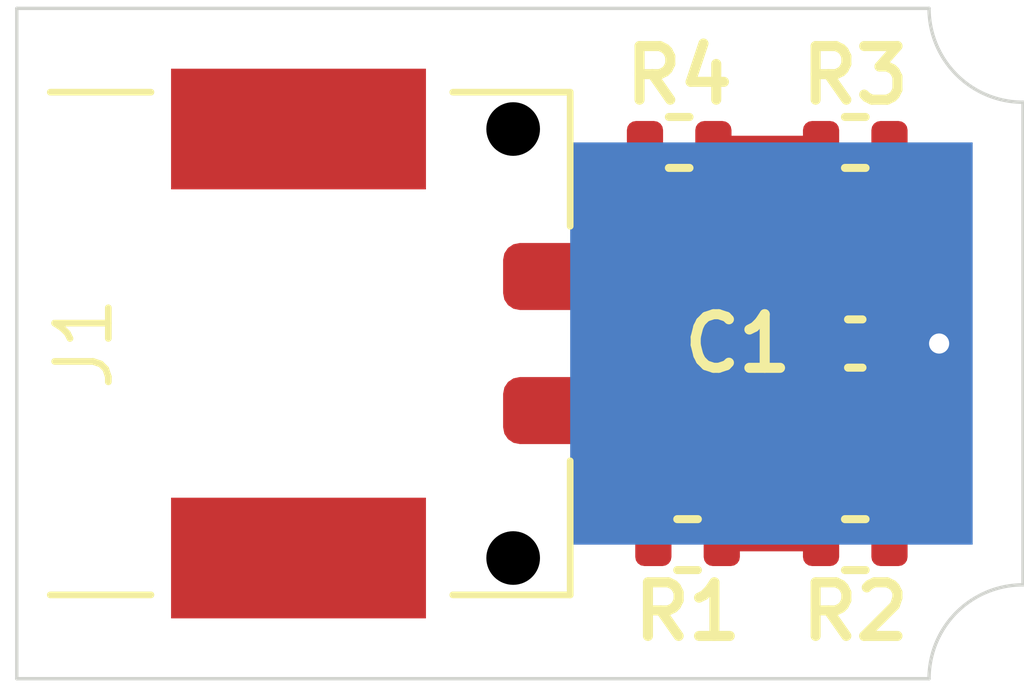
<source format=kicad_pcb>
(kicad_pcb (version 20241229) (generator "pcbnew") (generator_version "9.0")
  (layers (0 "F.Cu" signal) (2 "B.Cu" signal) (13 "F.Paste" user) (15 "B.Paste" user) (5 "F.SilkS" user "F.Silkscreen") (7 "B.SilkS" user "B.Silkscreen") (1 "F.Mask" user) (3 "B.Mask" user) (25 "Edge.Cuts" user))
  (net 0 "")
  (net 1 "GND")
  (net 2 "Net-(J1-Pin_2)")
  (net 3 "Net-(R1-Pad2)")
  (net 4 "Net-(C1-Pad1)")
  (net 5 "Net-(R3-Pad2)")
  (net 6 "Net-(J1-Pin_1)")
  (footprint "Capacitor_SMD:C_0402_1005Metric" (layer "F.Cu") (at 12.5 0)
    (property "Reference" "C1" (at -1.75 0 0) (layer "F.SilkS") (effects (font (size 0.8 0.8))))
    (property "Value" "10n")
    (fp_line (start -0.107836 -0.36) (end 0.107836 -0.36) (stroke (width 0.12)) (layer "F.SilkS"))
    (fp_line (start -0.107836 0.36) (end 0.107836 0.36) (stroke (width 0.12)) (layer "F.SilkS"))
    (pad "1" smd roundrect (at -0.48 0) (size 0.56 0.62) (layers "F.Cu" "F.Mask" "F.Paste") (net 4 "Net-(C1-Pad1)"))
    (pad "2" smd roundrect (at 0.48 0) (size 0.56 0.62) (layers "F.Cu" "F.Mask" "F.Paste") (net 1 "GND"))
  )
  (footprint "Bluesat:SM02B-PASS" (layer "F.Cu") (at 0 0 90)
    (property "Reference" "J1" (at 0 1 90) (layer "F.SilkS") (effects (font (size 0.8 0.8) (thickness 0.1))))
    (property "Value" "SM02B-PASS")
    (fp_line (start 3.75 0.5) (end 3.75 2) (stroke (width 0.1)) (layer "F.SilkS"))
    (fp_line (start -3.75 0.5) (end -3.75 2) (stroke (width 0.1)) (layer "F.SilkS"))
    (fp_line (start 3.75 6.5) (end 3.75 8.25) (stroke (width 0.1)) (layer "F.SilkS"))
    (fp_line (start -3.75 6.5) (end -3.75 8.25) (stroke (width 0.1)) (layer "F.SilkS"))
    (fp_line (start 3.75 8.25) (end 1.75 8.25) (stroke (width 0.1)) (layer "F.SilkS"))
    (fp_line (start -3.75 8.25) (end -1.75 8.25) (stroke (width 0.1)) (layer "F.SilkS"))
    (pad "" smd rect (at -3.2 4.2 90) (size 1.8 3.8) (layers "F.Cu" "F.Mask" "F.Paste"))
    (pad "" np_thru_hole circle (at -3.2 7.4 90) (size 0.8 0.8) (drill 0.8) (layers "*.Mask"))
    (pad "" smd rect (at 3.2 4.2 90) (size 1.8 3.8) (layers "F.Cu" "F.Mask" "F.Paste"))
    (pad "" np_thru_hole circle (at 3.2 7.4 90) (size 0.8 0.8) (drill 0.8) (layers "*.Mask"))
    (pad "1" smd roundrect (at 1 8.6 90) (size 1 2.7) (layers "F.Cu" "F.Mask" "F.Paste") (net 6 "Net-(J1-Pin_1)"))
    (pad "2" smd roundrect (at -1 8.6 90) (size 1 2.7) (layers "F.Cu" "F.Mask" "F.Paste") (net 2 "Net-(J1-Pin_2)"))
  )
  (footprint "Resistor_SMD:R_0402_1005Metric" (layer "F.Cu") (at 10 3)
    (property "Reference" "R1" (at 0 1 0) (layer "F.SilkS") (effects (font (size 0.8 0.8))))
    (property "Value" "10R")
    (fp_line (start -0.153641 -0.38) (end 0.153641 -0.38) (stroke (width 0.12)) (layer "F.SilkS"))
    (fp_line (start -0.153641 0.38) (end 0.153641 0.38) (stroke (width 0.12)) (layer "F.SilkS"))
    (pad "1" smd roundrect (at -0.51 0) (size 0.54 0.64) (layers "F.Cu" "F.Mask" "F.Paste") (net 2 "Net-(J1-Pin_2)"))
    (pad "2" smd roundrect (at 0.51 0) (size 0.54 0.64) (layers "F.Cu" "F.Mask" "F.Paste") (net 3 "Net-(R1-Pad2)"))
  )
  (footprint "Resistor_SMD:R_0402_1005Metric" (layer "F.Cu") (at 12.5 -3 180)
    (property "Reference" "R3" (at 0 1 0) (layer "F.SilkS") (effects (font (size 0.8 0.8))))
    (property "Value" "47R")
    (fp_line (start -0.153641 0.38) (end 0.153641 0.38) (stroke (width 0.12)) (layer "F.SilkS"))
    (fp_line (start -0.153641 -0.38) (end 0.153641 -0.38) (stroke (width 0.12)) (layer "F.SilkS"))
    (pad "1" smd roundrect (at -0.51 0 180) (size 0.54 0.64) (layers "F.Cu" "F.Mask" "F.Paste") (net 4 "Net-(C1-Pad1)"))
    (pad "2" smd roundrect (at 0.51 0 180) (size 0.54 0.64) (layers "F.Cu" "F.Mask" "F.Paste") (net 5 "Net-(R3-Pad2)"))
  )
  (footprint "Resistor_SMD:R_0402_1005Metric" (layer "F.Cu") (at 9.875 -3 180)
    (property "Reference" "R4" (at 0 1 0) (layer "F.SilkS") (effects (font (size 0.8 0.8))))
    (property "Value" "10R")
    (fp_line (start -0.153641 0.38) (end 0.153641 0.38) (stroke (width 0.12)) (layer "F.SilkS"))
    (fp_line (start -0.153641 -0.38) (end 0.153641 -0.38) (stroke (width 0.12)) (layer "F.SilkS"))
    (pad "1" smd roundrect (at -0.51 0 180) (size 0.54 0.64) (layers "F.Cu" "F.Mask" "F.Paste") (net 5 "Net-(R3-Pad2)"))
    (pad "2" smd roundrect (at 0.51 0 180) (size 0.54 0.64) (layers "F.Cu" "F.Mask" "F.Paste") (net 6 "Net-(J1-Pin_1)"))
  )
  (footprint "Resistor_SMD:R_0402_1005Metric" (layer "F.Cu") (at 12.5 3)
    (property "Reference" "R2" (at 0 1 0) (layer "F.SilkS") (effects (font (size 0.8 0.8))))
    (property "Value" "47R")
    (fp_line (start -0.153641 -0.38) (end 0.153641 -0.38) (stroke (width 0.12)) (layer "F.SilkS"))
    (fp_line (start -0.153641 0.38) (end 0.153641 0.38) (stroke (width 0.12)) (layer "F.SilkS"))
    (pad "1" smd roundrect (at -0.51 0) (size 0.54 0.64) (layers "F.Cu" "F.Mask" "F.Paste") (net 3 "Net-(R1-Pad2)"))
    (pad "2" smd roundrect (at 0.51 0) (size 0.54 0.64) (layers "F.Cu" "F.Mask" "F.Paste") (net 4 "Net-(C1-Pad1)"))
  )
  (gr_rect (start 8.25 -3) (end 14.25 3) (fill yes) (layers "B.Cu" "B.Mask") (net 1))
  (gr_line (start 13.6 -5) (end 0 -5) (stroke (width 0.05)) (layer "Edge.Cuts"))
  (gr_line (start 0 -5) (end 0 5) (stroke (width 0.05)) (layer "Edge.Cuts"))
  (gr_line (start 13.599998 5) (end 0 5) (stroke (width 0.05)) (layer "Edge.Cuts"))
  (gr_line (start 15 -3.6) (end 15 3.599998) (stroke (width 0.05)) (layer "Edge.Cuts"))
  (gr_arc (start 15 -3.6) (mid 14.010051 -4.010051) (end 13.6 -5) (stroke (width 0.05)) (layer "Edge.Cuts"))
  (gr_arc (start 13.599998 4.999998) (mid 14.010049 4.010049) (end 14.999998 3.599998) (stroke (width 0.05)) (layer "Edge.Cuts"))
  (segment (start 12.98 0) (end 13.75 0) (width 0.2) (layer "F.Cu") (net 1))
  (via (at 13.75 0) (size 0.6) (drill 0.3) (layers "F.Cu" "B.Cu") (net 1))
  (segment (start 9.49 3) (end 9.49 2.99) (width 0.2) (layer "F.Cu") (net 2))
  (segment (start 8.75 2.25) (end 8.75 1) (width 0.2) (layer "F.Cu") (net 2))
  (segment (start 9.49 2.99) (end 8.75 2.25) (width 0.2) (layer "F.Cu") (net 2))
  (segment (start 10.51 3) (end 12 3) (width 0.2) (layer "F.Cu") (net 3))
  (segment (start 12 1.25) (end 13.01 2.26) (width 0.2) (layer "F.Cu") (net 4))
  (segment (start 12 -1.25) (end 12 1.25) (width 0.2) (layer "F.Cu") (net 4))
  (segment (start 13.01 -3) (end 13.01 -2.26) (width 0.2) (layer "F.Cu") (net 4))
  (segment (start 13.01 2.26) (end 13.01 3) (width 0.2) (layer "F.Cu") (net 4))
  (segment (start 13.01 -2.26) (end 12 -1.25) (width 0.2) (layer "F.Cu") (net 4))
  (segment (start 10.51 -3) (end 12 -3) (width 0.2) (layer "F.Cu") (net 5))
  (segment (start 8.75 -2.25) (end 9.5 -3) (width 0.2) (layer "F.Cu") (net 6))
  (segment (start 8.75 -1.15) (end 8.75 -2.25) (width 0.2) (layer "F.Cu") (net 6))
)
</source>
